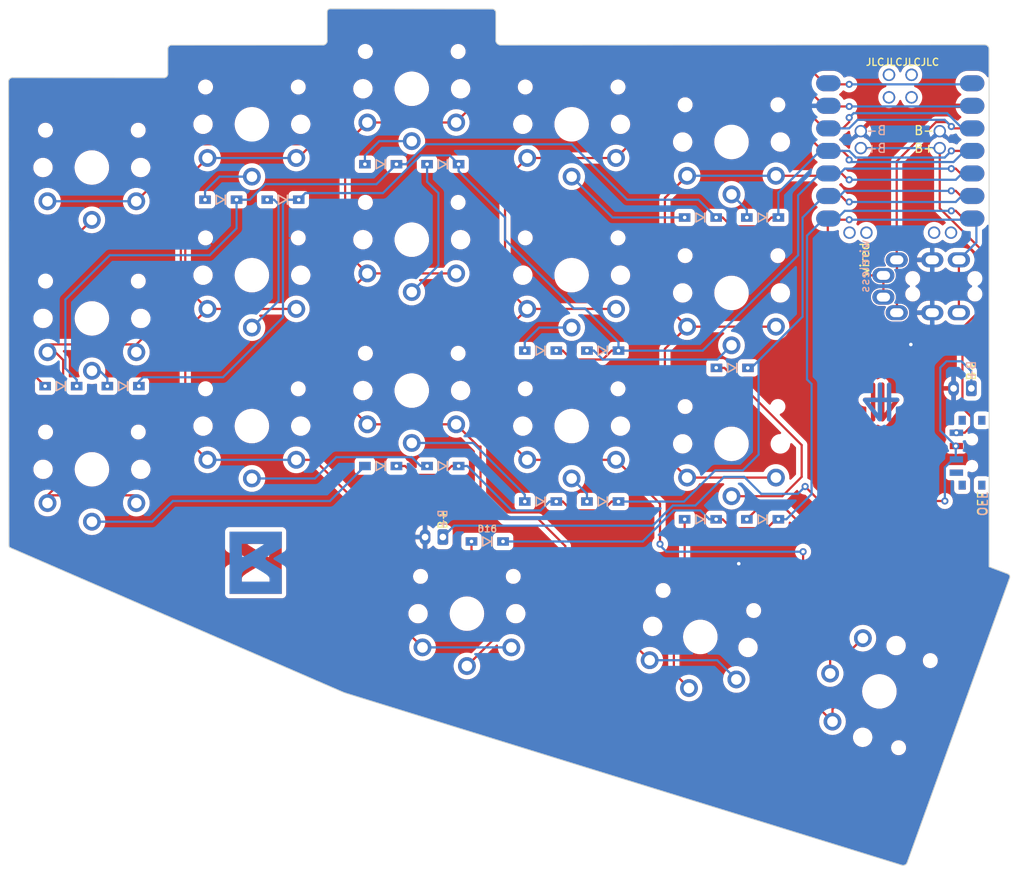
<source format=kicad_pcb>
(kicad_pcb (version 20221018) (generator pcbnew)
  (layers (0 "F.Cu" signal) (31 "B.Cu" signal) (34 "B.Paste" user) (35 "F.Paste" user) (36 "B.SilkS" user "B.Silkscreen") (37 "F.SilkS" user "F.Silkscreen") (38 "B.Mask" user) (39 "F.Mask" user) (44 "Edge.Cuts" user))
  (net 0 "")
  (net 1 "BATT")
  (net 2 "GND")
  (net 4 "RAW")
  (net 5 "row0")
  (net 7 "Net-(D1-A)")
  (net 8 "Net-(D2-A)")
  (net 9 "Net-(D3-A)")
  (net 10 "Net-(D4-A)")
  (net 11 "row1")
  (net 12 "Net-(D5-A)")
  (net 13 "Net-(D6-A)")
  (net 14 "Net-(D7-A)")
  (net 15 "Net-(D8-A)")
  (net 16 "Net-(D9-A)")
  (net 17 "row2")
  (net 18 "Net-(D10-A)")
  (net 19 "Net-(D11-A)")
  (net 20 "Net-(D12-A)")
  (net 21 "Net-(D13-A)")
  (net 22 "Net-(D14-A)")
  (net 23 "row3")
  (net 24 "Net-(D15-A)")
  (net 25 "Net-(D16-A)")
  (net 26 "Net-(D17-A)")
  (net 27 "VCC")
  (net 28 "DATA")
  (net 29 "ENCA")
  (net 30 "col0")
  (net 31 "col1")
  (net 32 "col2")
  (net 33 "col3")
  (net 34 "Net-(D18-A)")
  (net 49 "col4")
  (footprint "zzkeeb:Switch_ChocV1-reversible" (layer "F.Cu") (at 146.99 114.75 -12.5)
    (fp_text reference "SW17" hide)
    (fp_text value "SW_PUSH" hide)
  )
  (footprint "zzkeeb:Diode_1N4148-SOD123-reversible" (layer "F.Cu") (at 129 82.5 180)
    (fp_text reference "D9" hide)
    (fp_text value "D_Small" hide)
  )
  (footprint "zzkeeb:Switch_ChocV1-reversible" (layer "F.Cu") (at 150.5 93)
    (fp_text reference "SW15" hide)
    (fp_text value "SW_PUSH" hide)
  )
  (footprint "zzkeeb:Switch_ChocV1-reversible" (layer "F.Cu") (at 150.5 76)
    (fp_text reference "SW10" hide)
    (fp_text value "SW_PUSH" hide)
  )
  (footprint "zzkeeb:Connector_TRRS-reversible" (layer "F.Cu") (at 179.4 75.25 -90)
    (fp_text reference "J1" hide)
    (fp_text value "MJ-4PP-9" hide)
  )
  (footprint "zzkeeb:Connector_JST-1x02-2.00mm" (layer "F.Cu") (at 118 103.5 180)
    (fp_text reference "BATTCONN1" hide)
    (fp_text value "Conn_01x02_Female" hide)
  )
  (footprint "zzkeeb:Switch_ChocV1-reversible" (layer "F.Cu") (at 114.5 53)
    (fp_text reference "SW3" hide)
    (fp_text value "SW_PUSH" hide)
  )
  (footprint "zzkeeb:Diode_1N4148-SOD123-reversible" (layer "F.Cu") (at 154 67.5 180)
    (fp_text reference "D5" hide)
    (fp_text value "D_Small" hide)
  )
  (footprint "zzkeeb:Switch_ChocV1-reversible" (layer "F.Cu") (at 78.48 61.87)
    (fp_text reference "SW1" hide)
    (fp_text value "SW_PUSH" hide)
  )
  (footprint "zzkeeb:Switch_ChocV1-reversible" (layer "F.Cu") (at 96.5 91)
    (fp_text reference "SW12" hide)
    (fp_text value "SW_PUSH" hide)
  )
  (footprint "zzkeeb:Switch_ChocV1-reversible" (layer "F.Cu") (at 96.5 57)
    (fp_text reference "SW2" hide)
    (fp_text value "SW_PUSH" hide)
  )
  (footprint "zzkeeb:Diode_1N4148-SOD123-reversible" (layer "F.Cu") (at 147 67.5 180)
    (fp_text reference "D4" hide)
    (fp_text value "D_Small" hide)
  )
  (footprint "zzkeeb:Diode_1N4148-SOD123-reversible" (layer "F.Cu") (at 154 101.5 180)
    (fp_text reference "D18" hide)
    (fp_text value "D_Small" hide)
  )
  (footprint "zzkeeb:Diode_1N4148-SOD123-reversible" (layer "F.Cu") (at 136 99.5 180)
    (fp_text reference "D14" hide)
    (fp_text value "D_Small" hide)
  )
  (footprint "zzkeeb:Diode_1N4148-SOD123-reversible" (layer "F.Cu") (at 150.58 84.44 180)
    (fp_text reference "D15" hide)
    (fp_text value "D_Small" hide)
  )
  (footprint "zzkeeb:Diode_1N4148-SOD123-reversible" (layer "F.Cu") (at 147 101.5 180)
    (fp_text reference "D17" hide)
    (fp_text value "D_Small" hide)
  )
  (footprint "zzkeeb:Switch_ChocV1-reversible" (layer "F.Cu") (at 132.5 91)
    (fp_text reference "SW14" hide)
    (fp_text value "SW_PUSH" hide)
  )
  (footprint "zzkeeb:Switch_SPDT-PCM12" (layer "F.Cu") (at 177.25 94 90)
    (fp_text reference "BATTSW1" hide)
    (fp_text value "SW_SPDT" hide)
  )
  (footprint "zzkeeb:Switch_ChocV1-reversible" (layer "F.Cu") (at 150.5 59)
    (fp_text reference "SW5" hide)
    (fp_text value "SW_PUSH" hide)
  )
  (footprint "zzkeeb:Diode_1N4148-SOD123-reversible" (layer "F.Cu") (at 123 104 180)
    (fp_text reference "D16")
    (fp_text value "D_Small" hide)
  )
  (footprint "zzkeeb:Switch_ChocV1-reversible" (layer "F.Cu") (at 114.5 87)
    (fp_text reference "SW13" hide)
    (fp_text value "SW_PUSH" hide)
  )
  (footprint "zzkeeb:Diode_1N4148-SOD123-reversible" (layer "F.Cu") (at 111 95.5 180)
    (fp_text reference "D11" hide)
    (fp_text value "D_Small" hide)
  )
  (footprint "zzkeeb:MCU_xiao-ble-smd" (layer "F.Cu") (at 169.5 60)
    (fp_text reference "U2" hide)
    (fp_text value "xiao-ble" hide)
  )
  (footprint "zzkeeb:Diode_1N4148-SOD123-reversible" (layer "F.Cu") (at 111 61.5 180)
    (fp_text reference "D3" hide)
    (fp_text value "D_Small" hide)
  )
  (footprint "zzkeeb:Diode_1N4148-SOD123-reversible" (layer "F.Cu") (at 118 95.5 180)
    (fp_text reference "D12" hide)
    (fp_text value "D_Small" hide)
  )
  (footprint "zzkeeb:Diode_1N4148-SOD123-reversible" (layer "F.Cu") (at 118 61.5 180)
    (fp_text reference "D8" hide)
    (fp_text value "D_Small" hide)
  )
  (footprint "zzkeeb:Diode_1N4148-SOD123-reversible" (layer "F.Cu") (at 129 99.5 180)
    (fp_text reference "D13" hide)
    (fp_text value "D_Small" hide)
  )
  (footprint "zzkeeb:sho" (layer "F.Cu") (at 96.86 106.27)
    (fp_text reference "G***" hide)
    (fp_text value "LOGO" hide)
  )
  (footprint "zzkeeb:Switch_ChocV1-reversible" (layer "F.Cu") (at 114.5 70)
    (fp_text reference "SW8" hide)
    (fp_text value "SW_PUSH" hide)
  )
  (footprint "zzkeeb:Switch_ChocV1-reversible" (layer "F.Cu") (at 167.15 120.89 -110)
    (fp_text reference "SW18" hide)
    (fp_text value "SW_PUSH" hide)
  )
  (footprint "zzkeeb:Diode_1N4148-SOD123-reversible" (layer "F.Cu") (at 82 86.5 180)
    (fp_text reference "D6" hide)
    (fp_text value "D_Small" hide)
  )
  (footprint "zzkeeb:Switch_ChocV1-reversible" (layer "F.Cu") (at 132.5 57)
    (fp_text reference "SW4" hide)
    (fp_text value "SW_PUSH" hide)
  )
  (footprint "zzkeeb:Connector_JST-1x02-2.00mm" (layer "F.Cu") (at 177.5 86.75 180)
    (fp_text reference "BATTCONN3" hide)
    (fp_text value "Conn_01x02_Female" hide)
  )
  (footprint "zzkeeb:Switch_ChocV1-reversible" (layer "F.Cu") (at 120.71 112.13)
    (fp_text reference "SW16" hide)
    (fp_text value "SW_PUSH" hide)
  )
  (footprint "zzkeeb:Diode_1N4148-SOD123-reversible" (layer "F.Cu") (at 75 86.5 180)
    (fp_text reference "D1" hide)
    (fp_text value "D_Small" hide)
  )
  (footprint "zzkeeb:Switch_ChocV1-reversible" (layer "F.Cu") (at 132.5 74)
    (fp_text reference "SW9" hide)
    (fp_text value "SW_PUSH" hide)
  )
  (footprint "zzkeeb:Switch_ChocV1-reversible" (layer "F.Cu") (at 78.49 95.87)
    (fp_text reference "SW11" hide)
    (fp_text value "SW_PUSH" hide)
  )
  (footprint "zzkeeb:Switch_ChocV1-reversible" (layer "F.Cu") (at 78.49 78.87)
    (fp_text reference "SW6" hide)
    (fp_text value "SW_PUSH" hide)
  )
  (footprint "zzkeeb:Diode_1N4148-SOD123-reversible" (layer "F.Cu") (at 100 65.5 180)
    (fp_text reference "D7" hide)
    (fp_text value "D_Small" hide)
  )
  (footprint "zzkeeb:Diode_1N4148-SOD123-reversible" (layer "F.Cu") (at 93 65.5 180)
    (fp_text reference "D2" hide)
    (fp_text value "D_Small" hide)
  )
  (footprint "zzkeeb:Diode_1N4148-SOD123-reversible" (layer "F.Cu") (at 136 82.5 180)
    (fp_text reference "D10" hide)
    (fp_text value "D_Small" hide)
  )
  (footprint "zzkeeb:Switch_ChocV1-reversible" (layer "F.Cu") (at 96.5 74)
    (fp_text reference "SW7" hide)
    (fp_text value "SW_PUSH" hide)
  )
  (footprint "zzkeeb:Switch_SPDT-PCM12" (layer "B.Cu") (at 177.25 94 -90)
    (fp_text reference "BATTSW2" hide)
    (fp_text value "SW_SPDT" hide)
  )
  (footprint "zzkeeb:sho" (layer "B.Cu") (at 96.99 106.27 180)
    (fp_text reference "G***" hide)
    (fp_text value "LOGO" hide)
  )
  (footprint "zzkeeb:MCU_xiao-ble-smd" (layer "B.Cu") (at 169.5 60 180)
    (fp_text reference "U1" hide)
    (fp_text value "xiao-ble" hide)
  )
  (gr_line (start 169.14 88.06) (end 165.54 88.04) (stroke (width 0.5)) (layer "F.Cu"))
  (gr_line (start 167.47 86.3275) (end 167.47 90.2325) (stroke (width 0.5)) (layer "F.Cu"))
  (gr_line (start 169.14 88.06) (end 167.5 90.2225) (stroke (width 0.5)) (layer "F.Cu"))
  (gr_line (start 166.44 86.345) (end 166.44 90.25) (stroke (width 0.5)) (layer "F.Cu"))
  (gr_line (start 167.21 90.2275) (end 167.21 86.3225) (stroke (width 0.5)) (layer "B.Cu"))
  (gr_line (start 169.14 88.035) (end 165.54 88.055) (stroke (width 0.5)) (layer "B.Cu"))
  (gr_line (start 168.24 90.245) (end 168.24 86.34) (stroke (width 0.5)) (layer "B.Cu"))
  (gr_line (start 167.18 90.2175) (end 165.54 88.055) (stroke (width 0.5)) (layer "B.Cu"))
  (gr_line (start 104.977487 44.337487) (end 104.980589 47.590589) (stroke (width 0.1)) (layer "Edge.Cuts"))
  (gr_line (start 87.029633 51.311284) (end 87.029956 48.509956) (stroke (width 0.1)) (layer "Edge.Cuts"))
  (gr_line (start 104.500589 48.070589) (end 87.459956 48.079956) (stroke (width 0.1)) (layer "Edge.Cuts"))
  (gr_line (start 179.51 106.85) (end 181.6 107.64) (stroke (width 0.1)) (layer "Edge.Cuts"))
  (gr_line (start 169.672141 140.470201) (end 106.88 121.03) (stroke (width 0.1)) (layer "Edge.Cuts"))
  (gr_line (start 179.5 48.55) (end 179.51 106.85) (stroke (width 0.1)) (layer "Edge.Cuts"))
  (gr_line (start 105.327487 43.987487) (end 123.543015 44.006985) (stroke (width 0.1)) (layer "Edge.Cuts"))
  (gr_arc (start 124.501838 48.068162) (mid 124.12 47.91) (end 123.961838 47.528162) (stroke (width 0.1)) (layer "Edge.Cuts"))
  (gr_arc (start 170.290478 140.135782) (mid 170.05 140.43) (end 169.672141 140.470201) (stroke (width 0.1)) (layer "Edge.Cuts"))
  (gr_line (start 69.102028 52.174978) (end 69.14 104.435995) (stroke (width 0.1)) (layer "Edge.Cuts"))
  (gr_arc (start 87.029956 48.509956) (mid 87.155913 48.205913) (end 87.459956 48.079956) (stroke (width 0.1)) (layer "Edge.Cuts"))
  (gr_line (start 123.963015 44.426985) (end 123.961838 47.528162) (stroke (width 0.1)) (layer "Edge.Cuts"))
  (gr_arc (start 123.543015 44.006985) (mid 123.84 44.13) (end 123.963015 44.426985) (stroke (width 0.1)) (layer "Edge.Cuts"))
  (gr_arc (start 104.980589 47.590589) (mid 104.84 47.93) (end 104.500589 48.070589) (stroke (width 0.1)) (layer "Edge.Cuts"))
  (gr_line (start 124.501838 48.068162) (end 178.99 48.04) (stroke (width 0.1)) (layer "Edge.Cuts"))
  (gr_arc (start 178.99 48.04) (mid 179.350624 48.189376) (end 179.5 48.55) (stroke (width 0.1)) (layer "Edge.Cuts"))
  (gr_arc (start 87.029633 51.311284) (mid 86.917061 51.620529) (end 86.618806 51.759632) (stroke (width 0.1)) (layer "Edge.Cuts"))
  (gr_line (start 181.82 108.1) (end 170.290478 140.135782) (stroke (width 0.1)) (layer "Edge.Cuts"))
  (gr_arc (start 104.977487 44.337487) (mid 105.08 44.09) (end 105.327487 43.987487) (stroke (width 0.1)) (layer "Edge.Cuts"))
  (gr_line (start 86.618806 51.759632) (end 69.532028 51.744978) (stroke (width 0.1)) (layer "Edge.Cuts"))
  (gr_arc (start 181.6 107.64) (mid 181.805269 107.824437) (end 181.82 108.1) (stroke (width 0.1)) (layer "Edge.Cuts"))
  (gr_arc (start 69.284394 104.701781) (mid 69.173337 104.59) (end 69.14 104.435995) (stroke (width 0.1)) (layer "Edge.Cuts"))
  (gr_arc (start 69.102028 52.174978) (mid 69.227985 51.870935) (end 69.532028 51.744978) (stroke (width 0.1)) (layer "Edge.Cuts"))
  (gr_line (start 69.284394 104.701781) (end 106.88 121.03) (stroke (width 0.1)) (layer "Edge.Cuts"))
  (gr_text "OFF" (at 178.75 99.75 -90) (layer "B.SilkS") (effects (font (size 1 1)) (justify mirror)))
  (gr_text "wireless" (at 165.5 73 90) (layer "B.SilkS") (effects (font (size 1 1)) (justify mirror)))
  (gr_text "JLCJLCJLCJLC" (at 169.75 50) (layer "F.SilkS") (effects (font (size 0.8 0.8))))
  (gr_text "OFF" (at 178.75 99.75 90) (layer "F.SilkS") (effects (font (size 1 1))))
  (gr_text "wired" (at 165.5 72.25 90) (layer "F.SilkS") (effects (font (size 1 1))))
  (segment (start 158.79 97.81) (end 160.42 99.44) (width 0.25) (layer "F.Cu") (net 1))
  (segment (start 175.82 93.25) (end 175.75 93.25) (width 0.25) (layer "F.Cu") (net 1))
  (segment (start 160.42 99.44) (end 174.52 99.44) (width 0.25) (layer "F.Cu") (net 1))
  (via (at 158.79 97.81) (size 0.8) (drill 0.4) (layers "F.Cu" "B.Cu") (net 1))
  (via (at 174.52 99.44) (size 0.8) (drill 0.4) (layers "F.Cu" "B.Cu") (net 1))
  (via (at 175.75 93.25) (size 0.8) (drill 0.4) (layers "F.Cu" "B.Cu") (net 1))
  (segment (start 174.52 99.44) (end 174.52 95.65) (width 0.25) (layer "B.Cu") (net 1))
  (segment (start 174.71 83.7) (end 176.39 83.7) (width 0.25) (layer "B.Cu") (net 1))
  (segment (start 149.65 96.73) (end 151.85 96.73) (width 0.25) (layer "B.Cu") (net 1))
  (segment (start 174 84.41) (end 174.71 83.7) (width 0.25) (layer "B.Cu") (net 1))
  (segment (start 141.62 102.22) (end 143.89 99.95) (width 0.25) (layer "B.Cu") (net 1))
  (segment (start 151.94 96.73) (end 153.84 98.63) (width 0.25) (layer "B.Cu") (net 1))
  (segment (start 176.39 83.7) (end 177.5 84.81) (width 0.25) (layer "B.Cu") (net 1))
  (segment (start 153.84 98.63) (end 157.97 98.63) (width 0.25) (layer "B.Cu") (net 1))
  (segment (start 143.89 99.95) (end 146.43 99.95) (width 0.25) (layer "B.Cu") (net 1))
  (segment (start 177.5 84.81) (end 177.5 86.75) (width 0.25) (layer "B.Cu") (net 1))
  (segment (start 174 91.5) (end 174 84.41) (width 0.25) (layer "B.Cu") (net 1))
  (segment (start 175.75 93.25) (end 174 91.5) (width 0.25) (layer "B.Cu") (net 1))
  (segment (start 118 103.5) (end 119.28 102.22) (width 0.25) (layer "B.Cu") (net 1))
  (segment (start 119.28 102.22) (end 141.62 102.22) (width 0.25) (layer "B.Cu") (net 1))
  (segment (start 157.97 98.63) (end 158.79 97.81) (width 0.25) (layer "B.Cu") (net 1))
  (segment (start 175.75 94.68) (end 175.82 94.75) (width 0.25) (layer "B.Cu") (net 1))
  (segment (start 175.42 94.75) (end 175.82 94.75) (width 0.25) (layer "B.Cu") (net 1))
  (segment (start 175.75 93.25) (end 175.75 94.68) (width 0.25) (layer "B.Cu") (net 1))
  (segment (start 146.43 99.95) (end 149.65 96.73) (width 0.25) (layer "B.Cu") (net 1))
  (segment (start 151.85 96.73) (end 151.94 96.73) (width 0.25) (layer "B.Cu") (net 1))
  (segment (start 174.52 95.65) (end 175.42 94.75) (width 0.25) (layer "B.Cu") (net 1))
  (via (at 151.316157 106.5) (size 0.8) (drill 0.4) (layers "F.Cu" "B.Cu") (net 2))
  (via (at 170.69 81.81) (size 0.8) (drill 0.4) (layers "F.Cu" "B.Cu") (net 2))
  (segment (start 178.875001 77.56378) (end 176.5 79.938781) (width 0.25) (layer "F.Cu") (net 4))
  (segment (start 174.949695 67.475) (end 174.975 67.475) (width 0.25) (layer "F.Cu") (net 4))
  (segment (start 176.5 88.97125) (end 177.5 89.97125) (width 0.25) (layer "F.Cu") (net 4))
  (segment (start 177.5 91) (end 176.75 91.75) (width 0.25) (layer "F.Cu") (net 4))
  (segment (start 173.945 59.683) (end 173.945 66.470305) (width 0.25) (layer "F.Cu") (net 4))
  (segment (start 178.875001 71.375001) (end 178.875001 77.56378) (width 0.25) (layer "F.Cu") (net 4))
  (segment (start 174.975 67.475) (end 178.875001 71.375001) (width 0.25) (layer "F.Cu") (net 4))
  (segment (start 173.945 66.470305) (end 174.949695 67.475) (width 0.25) (layer "F.Cu") (net 4))
  (segment (start 176.5 79.938781) (end 176.5 88.97125) (width 0.25) (layer "F.Cu") (net 4))
  (segment (start 176.75 91.75) (end 175.82 91.75) (width 0.25) (layer "F.Cu") (net 4))
  (segment (start 177.5 89.97125) (end 177.5 91) (width 0.25) (layer "F.Cu") (net 4))
  (via (at 175.82 91.75) (size 0.8) (drill 0.4) (layers "F.Cu" "B.Cu") (net 4))
  (segment (start 165.055 59.683) (end 173.945 59.683) (width 0.25) (layer "B.Cu") (net 4))
  (segment (start 175.25 60) (end 178.06996 60) (width 0.25) (layer "F.Cu") (net 5))
  (segment (start 155 67.5) (end 155.775 67.5) (width 0.25) (layer "F.Cu") (net 5))
  (segment (start 154 68.5) (end 155 67.5) (width 0.25) (layer "F.Cu") (net 5))
  (segment (start 148.775 67.5) (end 149.5 67.5) (width 0.25) (layer "F.Cu") (net 5))
  (segment (start 150.5 68.5) (end 154 68.5) (width 0.25) (layer "F.Cu") (net 5))
  (segment (start 149.5 67.5) (end 150.5 68.5) (width 0.25) (layer "F.Cu") (net 5))
  (via (at 94.775 65.5) (size 0.8) (drill 0.4) (layers "F.Cu" "B.Cu") (net 5))
  (via (at 155.775 67.5) (size 0.8) (drill 0.4) (layers "F.Cu" "B.Cu") (net 5))
  (via (at 148.775 67.5) (size 0.8) (drill 0.4) (layers "F.Cu" "B.Cu") (net 5))
  (via (at 76.775 86.5) (size 0.8) (drill 0.4) (layers "F.Cu" "B.Cu") (net 5))
  (via (at 175.25 60) (size 0.8) (drill 0.4) (layers "F.Cu" "B.Cu") (net 5))
  (via (at 112.775 61.5) (size 0.8) (drill 0.4) (layers "F.Cu" "B.Cu") (net 5))
  (segment (start 146.775 65.5) (end 148.775 67.5) (width 0.25) (layer "B.Cu") (net 5))
  (segment (start 94.775 65.5) (end 96.25 65.5) (width 0.25) (layer "B.Cu") (net 5))
  (segment (start 132.5 59.25) (end 138.75 65.5) (width 0.25) (layer "B.Cu") (net 5))
  (segment (start 98 63.75) (end 110.525 63.75) (width 0.25) (layer "B.Cu") (net 5))
  (segment (start 75.5 76.75) (end 75.5 84.5) (width 0.25) (layer "B.Cu") (net 5))
  (segment (start 112.775 61.5) (end 113.863604 61.5) (width 0.25) (layer "B.Cu") (net 5))
  (segment (start 110.525 63.75) (end 112.775 61.5) (width 0.25) (layer "B.Cu") (net 5))
  (segment (start 155.775 64.69002) (end 160.46502 60) (width 0.25) (layer "B.Cu") (net 5))
  (segment (start 138.75 65.5) (end 146.775 65.5) (width 0.25) (layer "B.Cu") (net 5))
  (segment (start 96.25 65.5) (end 98 63.75) (width 0.25) (layer "B.Cu") (net 5))
  (segment (start 155.775 67.5) (end 155.775 64.69002) (width 0.25) (layer "B.Cu") (net 5))
  (segment (start 174.5 60.75) (end 164.5 60.75) (width 0.25) (layer "B.Cu") (net 5))
  (segment (start 76.775 85.775) (end 76.775 86.5) (width 0.25) (layer "B.Cu") (net 5))
  (segment (start 113.863604 61.5) (end 116.113604 59.25) (width 0.25) (layer "B.Cu") (net 5))
  (segment (start 116.113604 59.25) (end 132.5 59.25) (width 0.25) (layer "B.Cu") (net 5))
  (segment (start 175.25 60) (end 174.5 60.75) (width 0.25) (layer "B.Cu") (net 5))
  (segment (start 160.46502 60) (end 160.93004 60) (width 0.25) (layer "B.Cu") (net 5))
  (segment (start 94.775 65.5) (end 94.775 68.725) (width 0.25) (layer "B.Cu") (net 5))
  (segment (start 80.5 71.75) (end 75.5 76.75) (width 0.25) (layer "B.Cu") (net 5))
  (segment (start 164.5 60.75) (end 163.75 60) (width 0.25) (layer "B.Cu") (net 5))
  (segment (start 91.75 71.75) (end 80.5 71.75) (width 0.25) (layer "B.Cu") (net 5))
  (segment (start 163.75 60) (end 160.93004 60) (width 0.25) (layer "B.Cu") (net 5))
  (segment (start 75.5 84.5) (end 76.775 85.775) (width 0.25) (layer "B.Cu") (net 5))
  (segment (start 94.775 68.725) (end 91.75 71.75) (width 0.25) (layer "B.Cu") (net 5))
  (segment (start 73.225 86.5) (end 71.765 85.04) (width 0.25) (layer "F.Cu") (net 7))
  (segment (start 71.765 74.485) (end 78.48 67.77) (width 0.25) (layer "F.Cu") (net 7))
  (segment (start 71.765 85.04) (end 71.765 74.485) (width 0.25) (layer "F.Cu") (net 7))
  (via (at 73.225 86.5) (size 0.8) (drill 0.4) (layers "F.Cu" "B.Cu") (net 7))
  (via (at 91.225 65.5) (size 0.8) (drill 0.4) (layers "F.Cu" "B.Cu") (net 8))
  (segment (start 91.225 65.5) (end 91.225 64.525) (width 0.25) (layer "B.Cu") (net 8))
  (segment (start 91.225 64.525) (end 92.85 62.9) (width 0.25) (layer "B.Cu") (net 8))
  (segment (start 92.85 62.9) (end 96.5 62.9) (width 0.25) (layer "B.Cu") (net 8))
  (via (at 109.225 61.5) (size 0.8) (drill 0.4) (layers "F.Cu" "B.Cu") (net 9))
  (segment (start 109.225 61.5) (end 109.225 60.5125) (width 0.25) (layer "B.Cu") (net 9))
  (segment (start 110.8375 58.9) (end 114.5 58.9) (width 0.25) (layer "B.Cu") (net 9))
  (segment (start 109.225 60.5125) (end 110.8375 58.9) (width 0.25) (layer "B.Cu") (net 9))
  (via (at 145.225 67.5) (size 0.8) (drill 0.4) (layers "F.Cu" "B.Cu") (net 10))
  (segment (start 137.1 67.5) (end 145.225 67.5) (width 0.25) (layer "B.Cu") (net 10))
  (segment (start 132.5 62.9) (end 137.1 67.5) (width 0.25) (layer "B.Cu") (net 10))
  (segment (start 175.25 62) (end 175.75 62) (width 0.25) (layer "F.Cu") (net 11))
  (segment (start 137 82.5) (end 137.775 82.5) (width 0.25) (layer "F.Cu") (net 11))
  (segment (start 176.29 62.54) (end 178.06996 62.54) (width 0.25) (layer "F.Cu") (net 11))
  (segment (start 132.5 83.5) (end 136 83.5) (width 0.25) (layer "F.Cu") (net 11))
  (segment (start 175.75 62) (end 176.29 62.54) (width 0.25) (layer "F.Cu") (net 11))
  (segment (start 130.775 82.5) (end 131.5 82.5) (width 0.25) (layer "F.Cu") (net 11))
  (segment (start 131.5 82.5) (end 132.5 83.5) (width 0.25) (layer "F.Cu") (net 11))
  (segment (start 136 83.5) (end 137 82.5) (width 0.25) (layer "F.Cu") (net 11))
  (via (at 101.775 65.5) (size 0.8) (drill 0.4) (layers "F.Cu" "B.Cu") (net 11))
  (via (at 137.775 82.5) (size 0.8) (drill 0.4) (layers "F.Cu" "B.Cu") (net 11))
  (via (at 175.25 62) (size 0.8) (drill 0.4) (layers "F.Cu" "B.Cu") (net 11))
  (via (at 130.775 82.5) (size 0.8) (drill 0.4) (layers "F.Cu" "B.Cu") (net 11))
  (via (at 83.775 86.5) (size 0.8) (drill 0.4) (layers "F.Cu" "B.Cu") (net 11))
  (via (at 119.775 61.5) (size 0.8) (drill 0.4) (layers "F.Cu" "B.Cu") (net 11))
  (segment (start 84.25 85.5) (end 83.775 85.975) (width 0.25) (layer "B.Cu") (net 11))
  (segment (start 160.46 62.54) (end 160.93004 62.54) (width 0.25) (layer "B.Cu") (net 11))
  (segment (start 101.775 65.5) (end 102.525 64.75) (width 0.25) (layer "B.Cu") (net 11))
  (segment (start 100.5 65.5) (end 100 66) (width 0.25) (layer "B.Cu") (net 11))
  (segment (start 100 78.75) (end 93.25 85.5) (width 0.25) (layer "B.Cu") (net 11))
  (segment (start 137.775 81.525) (end 134 77.75) (width 0.25) (layer "B.Cu") (net 11))
  (segment (start 118.775 60.5) (end 119.775 61.5) (width 0.25) (layer "B.Cu") (net 11))
  (segment (start 102.525 64.75) (end 111.25 64.75) (width 0.25) (layer "B.Cu") (net 11))
  (segment (start 132.75 77.75) (end 125 70) (width 0.25) (layer "B.Cu") (net 11))
  (segment (start 125 67.5) (end 119.775 62.275) (width 0.25) (layer "B.Cu") (net 11))
  (segment (start 93.25 85.5) (end 84.25 85.5) (width 0.25) (layer "B.Cu") (net 11))
  (segment (start 100 66) (end 100 78.75) (width 0.25) (layer "B.Cu") (net 11))
  (segment (start 158 71.75) (end 158 65) (width 0.25) (layer "B.Cu") (net 11))
  (segment (start 125 70) (end 125 67.5) (width 0.25) (layer "B.Cu") (net 11))
  (segment (start 115.5 60.5) (end 118.775 60.5) (width 0.25) (layer "B.Cu") (net 11))
  (segment (start 158 65) (end 160.46 62.54) (width 0.25) (layer "B.Cu") (net 11))
  (segment (start 137.775 82.5) (end 147.25 82.5) (width 0.25) (layer "B.Cu") (net 11))
  (segment (start 162.71 62.54) (end 160.93004 62.54) (width 0.25) (layer "B.Cu") (net 11))
  (segment (start 101.775 65.5) (end 100.5 65.5) (width 0.25) (layer "B.Cu") (net 11))
  (segment (start 175.25 62) (end 163.25 62) (width 0.25) (layer "B.Cu") (net 11))
  (segment (start 147.25 82.5) (end 158 71.75) (width 0.25) (layer "B.Cu") (net 11))
  (segment (start 163.25 62) (end 162.71 62.54) (width 0.25) (layer "B.Cu") (net 11))
  (segment (start 111.25 64.75) (end 115.5 60.5) (width 0.25) (layer "B.Cu") (net 11))
  (segment (start 137.775 82.5) (end 137.775 81.525) (width 0.25) (layer "B.Cu") (net 11))
  (segment (start 119.775 62.275) (end 119.775 61.5) (width 0.25) (layer "B.Cu") (net 11))
  (segment (start 83.775 85.975) (end 83.775 86.5) (width 0.25) (layer "B.Cu") (net 11))
  (segment (start 134 77.75) (end 132.75 77.75) (width 0.25) (layer "B.Cu") (net 11))
  (via (at 152.225 67.5) (size 0.8) (drill 0.4) (layers "F.Cu" "B.Cu") (net 12))
  (segment (start 150.5 64.9) (end 152.225 66.625) (width 0.25) (layer "B.Cu") (net 12))
  (segment (start 152.225 66.625) (end 152.225 67.5) (width 0.25) (layer "B.Cu") (net 12))
  (via (at 80.225 86.5) (size 0.8) (drill 0.4) (layers "F.Cu" "B.Cu") (net 13))
  (segment (start 78.5 83.9) (end 80.225 85.625) (width 0.25) (layer "B.Cu") (net 13))
  (segment (start 80.225 85.625) (end 80.225 86.5) (width 0.25) (layer "B.Cu") (net 13))
  (via (at 98.225 65.5) (size 0.8) (drill 0.4) (layers "F.Cu" "B.Cu") (net 14))
  (segment (start 99.5 66) (end 99.5 76.9) (width 0.25) (layer "B.Cu") (net 14))
  (segment (start 99 65.5) (end 99.5 66) (width 0.25) (layer "B.Cu") (net 14))
  (segment (start 98.225 65.5) (end 99 65.5) (width 0.25) (layer "B.Cu") (net 14))
  (segment (start 99.5 76.9) (end 96.5 79.9) (width 0.25) (layer "B.Cu") (net 14))
  (via (at 116.225 61.5) (size 0.8) (drill 0.4) (layers "F.Cu" "B.Cu") (net 15))
  (segment (start 116.225 61.5) (end 116.225 63.475) (width 0.25) (layer "B.Cu") (net 15))
  (segment (start 117.5 72.9) (end 114.5 75.9) (width 0.25) (layer "B.Cu") (net 15))
  (segment (start 116.225 63.475) (end 117.5 64.75) (width 0.25) (layer "B.Cu") (net 15))
  (segment (start 117.5 64.75) (end 117.5 72.9) (width 0.25) (layer "B.Cu") (net 15))
  (via (at 127.225 82.5) (size 0.8) (drill 0.4) (layers "F.Cu" "B.Cu") (net 16))
  (segment (start 127.225 82.5) (end 127.225 81.525) (width 0.25) (layer "B.Cu") (net 16))
  (segment (start 127.225 81.525) (end 128.85 79.9) (width 0.25) (layer "B.Cu") (net 16))
  (segment (start 128.85 79.9) (end 132.5 79.9) (width 0.25) (layer "B.Cu") (net 16))
  (segment (start 130.775 99.5) (end 131.5 99.5) (width 0.25) (layer "F.Cu") (net 17))
  (segment (start 131.5 99.5) (end 132.5 100.5) (width 0.25) (layer "F.Cu") (net 17))
  (segment (start 175.75 64.5) (end 176.33 65.08) (width 0.25) (layer "F.Cu") (net 17))
  (segment (start 114.75 96.5) (end 113.75 95.5) (width 0.25) (layer "F.Cu") (net 17))
  (segment (start 118 96.5) (end 114.75 96.5) (width 0.25) (layer "F.Cu") (net 17))
  (segment (start 176.33 65.08) (end 178.06996 65.08) (width 0.25) (layer "F.Cu") (net 17))
  (segment (start 137 99.5) (end 137.775 99.5) (width 0.25) (layer "F.Cu") (net 17))
  (segment (start 175.25 64.5) (end 175.75 64.5) (width 0.25) (layer "F.Cu") (net 17))
  (segment (start 113.75 95.5) (end 112.775 95.5) (width 0.25) (layer "F.Cu") (net 17))
  (segment (start 119.775 95.5) (end 119 95.5) (width 0.25) (layer "F.Cu") (net 17))
  (segment (start 119 95.5) (end 118 96.5) (width 0.25) (layer "F.Cu") (net 17))
  (segment (start 132.5 100.5) (end 136 100.5) (width 0.25) (layer "F.Cu") (net 17))
  (segment (start 136 100.5) (end 137 99.5) (width 0.25) (layer "F.Cu") (net 17))
  (via (at 112.775 95.5) (size 0.8) (drill 0.4) (layers "F.Cu" "B.Cu") (net 17))
  (via (at 152.33 84.45) (size 0.8) (drill 0.4) (layers "F.Cu" "B.Cu") (net 17))
  (via (at 137.775 99.5) (size 0.8) (drill 0.4) (layers "F.Cu" "B.Cu") (net 17))
  (via (at 175.25 64.5) (size 0.8) (drill 0.4) (layers "F.Cu" "B.Cu") (net 17))
  (via (at 119.775 95.5) (size 0.8) (drill 0.4) (layers "F.Cu" "B.Cu") (net 17))
  (via (at 130.775 99.5) (size 0.8) (drill 0.4) (layers "F.Cu" "B.Cu") (net 17))
  (segment (start 153.55 83.623834) (end 153.881917 83.291917) (width 0.25) (layer "B.Cu") (net 17))
  (segment (start 152.33 84.45) (end 152.34 84.44) (width 0.25) (layer "B.Cu") (net 17))
  (segment (start 129 100.5) (end 130 99.5) (width 0.25) (layer "B.Cu") (net 17))
  (segment (start 163.25 64.5) (end 162.67 65.08) (width 0.25) (layer "B.Cu") (net 17))
  (segment (start 153.55 94.21) (end 153.55 83.623834) (width 0.25) (layer "B.Cu") (net 17))
  (segment (start 145.16 99.5) (end 148.67 95.99) (width 0.25) (layer "B.Cu") (net 17))
  (segment (start 125.75 100.5) (end 129 100.5) (width 0.25) (layer "B.Cu") (net 17))
  (segment (start 162.67 65.08) (end 160.93004 65.08) (width 0.25) (layer "B.Cu") (net 17))
  (segment (start 120.75 95.5) (end 125.75 100.5) (width 0.25) (layer "B.Cu") (net 17))
  (segment (start 152.34 84.44) (end 152.733834 84.44) (width 0.25) (layer "B.Cu") (net 17))
  (segment (start 151.77 95.99) (end 153.55 94.21) (width 0.25) (layer "B.Cu") (net 17))
  (segment (start 137.775 99.5) (end 145.16 99.5) (width 0.25) (layer "B.Cu") (net 17))
  (segment (start 152.733834 84.44) (end 153.881917 83.291917) (width 0.25) (layer "B.Cu") (net 17))
  (segment (start 158.5 78.673833) (end 158.5 67.51004) (width 0.25) (layer "B.Cu") (net 17))
  (segment (start 153.881917 83.291917) (end 158.5 78.673833) (width 0.25) (layer "B.Cu") (net 17))
  (segment (start 148.67 95.99) (end 151.77 95.99) (width 0.25) (layer "B.Cu") (net 17))
  (segment (start 119.775 95.5) (end 120.75 95.5) (width 0.25) (layer "B.Cu") (net 17))
  (segment (start 158.5 67.51004) (end 160.93004 65.08) (width 0.25) (layer "B.Cu") (net 17))
  (segment (start 130 99.5) (end 130.775 99.5) (width 0.25) (layer "B.Cu") (net 17))
  (segment (start 152.355 84.44) (end 152.345 84.44) (width 0.25) (layer "B.Cu") (net 17))
  (segment (start 175.25 64.5) (end 163.25 64.5) (width 0.25) (layer "B.Cu") (net 17))
  (segment (start 152.345 84.44) (end 152.33 84.45) (width 0.25) (layer "B.Cu") (net 17))
  (via (at 134.225 82.5) (size 0.8) (drill 0.4) (layers "F.Cu" "B.Cu") (net 18))
  (segment (start 134.225 82.5) (end 135 82.5) (width 0.25) (layer "B.Cu") (net 18))
  (segment (start 136 83.5) (end 148.9 83.5) (width 0.25) (layer "B.Cu") (net 18))
  (segment (start 135 82.5) (end 136 83.5) (width 0.25) (layer "B.Cu") (net 18))
  (segment (start 148.9 83.5) (end 150.5 81.9) (width 0.25) (layer "B.Cu") (net 18))
  (segment (start 78.49 101.77) (end 85.27 101.77) (width 0.25) (layer "B.Cu") (net 19))
  (segment (start 87.6 99.44) (end 105.285 99.44) (width 0.25) (layer "B.Cu") (net 19))
  (segment (start 85.27 101.77) (end 87.6 99.44) (width 0.25) (layer "B.Cu") (net 19))
  (segment (start 105.285 99.44) (end 109.225 95.5) (width 0.25) (layer "B.Cu") (net 19))
  (segment (start 78.49 101.77) (end 79.07 101.19) (width 0.25) (layer "B.Cu") (net 19))
  (via (at 116.225 95.5) (size 0.8) (drill 0.4) (layers "F.Cu" "B.Cu") (net 20))
  (segment (start 106 94.5) (end 103.6 96.9) (width 0.25) (layer "B.Cu") (net 20))
  (segment (start 116.225 95.5) (end 115.5 95.5) (width 0.25) (layer "B.Cu") (net 20))
  (segment (start 103.6 96.9) (end 96.5 96.9) (width 0.25) (layer "B.Cu") (net 20))
  (segment (start 115.5 95.5) (end 114.5 94.5) (width 0.25) (layer "B.Cu") (net 20))
  (segment (start 114.5 94.5) (end 106 94.5) (width 0.25) (layer "B.Cu") (net 20))
  (via (at 127.225 99.5) (size 0.8) (drill 0.4) (layers "F.Cu" "B.Cu") (net 21))
  (segment (start 121.4 92.9) (end 127.225 98.725) (width 0.25) (layer "B.Cu") (net 21))
  (segment (start 127.225 98.725) (end 127.225 99.5) (width 0.25) (layer "B.Cu") (net 21))
  (segment (start 114.5 92.9) (end 121.4 92.9) (width 0.25) (layer "B.Cu") (net 21))
  (via (at 134.225 99.5) (size 0.8) (drill 0.4) (layers "F.Cu" "B.Cu") (net 22))
  (segment (start 134.225 99.5) (end 134.225 98.625) (width 0.25) (layer "B.Cu") (net 22))
  (segment (start 134.225 98.625) (end 132.5 96.9) (width 0.25) (layer "B.Cu") (net 22))
  (segment (start 176.62 67.62) (end 178.06996 67.62) (width 0.25) (layer "F.Cu") (net 23))
  (segment (start 155.5 101.5) (end 154.5 102.5) (width 0.25) (layer "F.Cu") (net 23))
  (segment (start 175.75 66.75) (end 176.62 67.62) (width 0.25) (layer "F.Cu") (net 23))
  (segment (start 150.5 102.5) (end 149.5 101.5) (width 0.25) (layer "F.Cu") (net 23))
  (segment (start 155.775 101.5) (end 155.5 101.5) (width 0.25) (layer "F.Cu") (net 23))
  (segment (start 154.5 102.5) (end 150.5 102.5) (width 0.25) (layer "F.Cu") (net 23))
  (segment (start 175.25 66.75) (end 175.75 66.75) (width 0.25) (layer "F.Cu") (net 23))
  (segment (start 149.5 101.5) (end 148.775 101.5) (width 0.25) (layer "F.Cu") (net 23))
  (via (at 148.775 101.5) (size 0.8) (drill 0.4) (layers "F.Cu" "B.Cu") (net 23))
  (via (at 175.25 66.75) (size 0.8) (drill 0.4) (layers "F.Cu" "B.Cu") (net 23))
  (via (at 155.775 101.5) (size 0.8) (drill 0.4) (layers "F.Cu" "B.Cu") (net 23))
  (via (at 124.775 104) (size 0.8) (drill 0.4) (layers "F.Cu" "B.Cu") (net 23))
  (segment (start 162.38 67.62) (end 160.93004 67.62) (width 0.25) (layer "B.Cu") (net 23))
  (segment (start 160.93004 67.62) (end 159 69.55004) (width 0.25) (layer "B.Cu") (net 23))
  (segment (start 159 69.55004) (end 159 85.74) (width 0.25) (layer "B.Cu") (net 23))
  (segment (start 124.775 104) (end 140.5 104) (width 0.25) (layer "B.Cu") (net 23))
  (segment (start 156.675 101.5) (end 159.515 98.66) (width 0.25) (layer "B.Cu") (net 23))
  (segment (start 159.515 98.66) (end 159.515 86.255) (width 0.25) (layer "B.Cu") (net 23))
  (segment (start 147 100.5) (end 148 101.5) (width 0.25) (layer "B.Cu") (net 23))
  (segment (start 148 101.5) (end 148.775 101.5) (width 0.25) (layer "B.Cu") (net 23))
  (segment (start 159.515 86.255) (end 159 85.74) (width 0.25) (layer "B.Cu") (net 23))
  (segment (start 155.775 101.5) (end 156.675 101.5) (width 0.25) (layer "B.Cu") (net 23))
  (segment (start 140.5 104) (end 144 100.5) (width 0.25) (layer "B.Cu") (net 23))
  (segment (start 144 100.5) (end 147 100.5) (width 0.25) (layer "B.Cu") (net 23))
  (segment (start 163.25 66.75) (end 162.38 67.62) (width 0.25) (layer "B.Cu") (net 23))
  (segment (start 175.25 66.75) (end 163.25 66.75) (width 0.25) (layer "B.Cu") (net 23))
  (segment (start 148.805 84.44) (end 148.795 84.44) (width 0.25) (layer "F.Cu") (net 24))
  (segment (start 149.705 84.44) (end 158.4 93.135) (width 0.25) (layer "F.Cu") (net 24))
  (segment (start 158.4 96.72) (end 156.22 98.9) (width 0.25) (layer "F.Cu") (net 24))
  (segment (start 158.4 93.135) (end 158.4 96.72) (width 0.25) (layer "F.Cu") (net 24))
  (segment (start 148.795 84.44) (end 148.78 84.43) (width 0.25) (layer "F.Cu") (net 24))
  (segment (start 148.815 84.44) (end 149.705 84.44) (width 0.25) (layer "F.Cu") (net 24))
  (segment (start 148.78 84.43) (end 148.815 84.44) (width 0.25) (layer "F.Cu") (net 24))
  (segment (start 156.22 98.9) (end 150.5 98.9) (width 0.25) (layer "F.Cu") (net 24))
  (via (at 148.78 84.43) (size 0.8) (drill 0.4) (layers "F.Cu" "B.Cu") (net 24))
  (segment (start 120.71 118.03) (end 123.72 115.02) (width 0.25) (layer "F.Cu") (net 25))
  (segment (start 123.72 115.02) (end 123.72 107.46) (width 0.25) (layer "F.Cu") (net 25))
  (segment (start 123.72 107.46) (end 121.225 104.965) (width 0.25) (layer "F.Cu") (net 25))
  (segment (start 121.225 104.965) (end 121.225 104) (width 0.25) (layer "F.Cu") (net 25))
  (via (at 121.225 104) (size 0.8) (drill 0.4) (layers "F.Cu" "B.Cu") (net 25))
  (segment (start 144.01 118.80714) (end 144.01 112.15) (width 0.25) (layer "F.Cu") (net 26))
  (segment (start 144.01 112.15) (end 145.24 110.92) (width 0.25) (layer "F.Cu") (net 26))
  (segment (start 145.225 110.905) (end 145.225 101.5) (width 0.25) (layer "F.Cu") (net 26))
  (segment (start 145.24 110.92) (end 145.225 110.905) (width 0.25) (layer "F.Cu") (net 26))
  (segment (start 145.713006 120.510146) (end 144.01 118.80714) (width 0.25) (layer "F.Cu") (net 26))
  (via (at 145.225 101.5) (size 0.8) (drill 0.4) (layers "F.Cu" "B.Cu") (net 26))
  (segment (start 169.25 72.175) (end 169.1 72.025) (width 0.25) (layer "F.Cu") (net 27))
  (segment (start 169.125 72.3) (end 169.1 72.275) (width 0.25) (layer "F.Cu") (net 27))
  (segment (start 175.46 57.46) (end 178.06996 57.46) (width 0.25) (layer "F.Cu") (net 27))
  (segment (start 169.1 78.225) (end 169.125 78.2) (width 0.25) (layer "F.Cu") (net 27))
  (segment (start 174.7545 56.7545) (end 175.25 57.25) (width 0.25) (layer "F.Cu") (net 27))
  (segment (start 169.125 78.2) (end 169.125 72.3) (width 0.25) (layer "F.Cu") (net 27))
  (segment (start 175.25 57.25) (end 175.46 57.46) (width 0.25) (layer "F.Cu") (net 27))
  (segment (start 173.521052 56.7545) (end 174.7545 56.7545) (width 0.25) (layer "F.Cu") (net 27))
  (segment (start 169.1 61.175552) (end 173.521052 56.7545) (width 0.25) (layer "F.Cu") (net 27))
  (segment (start 169.1 72.025) (end 169.1 61.175552) (width 0.25) (layer "F.Cu") (net 27))
  (via (at 175.25 57.25) (size 0.8) (drill 0.4) (layers "F.Cu" "B.Cu") (net 27))
  (segment (start 164.692776 56.5) (end 163.732776 57.46) (width 0.25) (layer "B.Cu") (net 27))
  (segment (start 174.5 56.5) (end 164.692776 56.5) (width 0.25) (layer "B.Cu") (net 27))
  (segment (start 163.732776 57.46) (end 160.93004 57.46) (width 0.25) (layer "B.Cu") (net 27))
  (segment (start 175.25 57.25) (end 174.5 56.5) (width 0.25) (layer "B.Cu") (net 27))
  (segment (start 163.75 67.75) (end 161.06004 67.75) (width 0.25) (layer "F.Cu") (net 28))
  (segment (start 161.06004 67.75) (end 160.93004 67.62) (width 0.25) (layer "F.Cu") (net 28))
  (segment (start 165.395 74.025) (end 161.34 69.97) (width 0.25) (layer "F.Cu") (net 28))
  (segment (start 161.34 68.02996) (end 160.93004 67.62) (width 0.25) (layer "F.Cu") (net 28))
  (segment (start 176.1 78.225) (end 176.1 72.275) (width 0.25) (layer "F.Cu") (net 28))
  (segment (start 161.12 67.62) (end 160.93004 67.62) (width 0.25) (layer "F.Cu") (net 28))
  (segment (start 167.6 74.025) (end 165.395 74.025) (width 0.25) (layer "F.Cu") (net 28))
  (segment (start 161.34 69.97) (end 161.34 68.02996) (width 0.25) (layer "F.Cu") (net 28))
  (segment (start 167.6 76.475) (end 167.6 74.025) (width 0.25) (layer "F.Cu") (net 28))
  (via (at 163.75 67.75) (size 0.8) (drill 0.4) (layers "F.Cu" "B.Cu") (net 28))
  (segment (start 163.75 67.75) (end 177.93996 67.75) (width 0.25) (layer "B.Cu") (net 28))
  (segment (start 176.1 72.275) (end 178.06996 70.30504) (width 0.25) (layer "B.Cu") (net 28))
  (segment (start 177.93996 67.75) (end 178.06996 67.62) (width 0.25) (layer "B.Cu") (net 28))
  (segment (start 178.06996 70.30504) (end 178.06996 67.62) (width 0.25) (layer "B.Cu") (net 28))
  (segment (start 162.83 65.08) (end 160.93004 65.08) (width 0.25) (layer "F.Cu") (net 29))
  (segment (start 163.5 65.75) (end 162.83 65.08) (width 0.25) (layer "F.Cu") (net 29))
  (segment (start 163.75 65.75) (end 163.5 65.75) (width 0.25) (layer "F.Cu") (net 29))
  (via (at 163.75 65.75) (size 0.8) (drill 0.4) (layers "F.Cu" "B.Cu") (net 29))
  (segment (start 176.42 65.08) (end 178.06996 65.08) (width 0.25) (layer "B.Cu") (net 29))
  (segment (start 163.75 65.75) (end 175.75 65.75) (width 0.25) (layer "B.Cu") (net 29))
  (segment (start 175.75 65.75) (end 176.42 65.08) (width 0.25) (layer "B.Cu") (net 29))
  (segment (start 75.25 83.55) (end 75.25 97.05) (width 0.25) (layer "F.Cu") (net 30))
  (segment (start 159.55004 51) (end 160.93004 52.38) (width 0.25) (layer "F.Cu") (net 30))
  (segment (start 161.05004 52.5) (end 160.93004 52.38) (width 0.25) (layer "F.Cu") (net 30))
  (segment (start 83.5 81.8) (end 88.5 76.8) (width 0.25) (layer "F.Cu") (net 30))
  (segment (start 88.5 61.5) (end 90.75 59.25) (width 0.25) (layer "F.Cu") (net 30))
  (segment (start 106.5 49) (end 110.5 45) (width 0.25) (layer "F.Cu") (net 30))
  (segment (start 124 49) (end 138.25 49) (width 0.25) (layer "F.Cu") (net 30))
  (segment (start 138.25 49) (end 140.25 51) (width 0.25) (layer "F.Cu") (net 30))
  (segment (start 102.5 59.25) (end 106.5 55.25) (width 0.25) (layer "F.Cu") (net 30))
  (segment (start 83.48 65.67) (end 89.9 59.25) (width 0.25) (layer "F.Cu") (net 30))
  (segment (start 73.5 81.8) (end 75.25 83.55) (width 0.25) (layer "F.Cu") (net 30))
  (segment (start 90.75 59.25) (end 91.3 59.25) (width 0.25) (layer "F.Cu") (net 30))
  (segment (start 140.25 51) (end 159.55004 51) (width 0.25) (layer "F.Cu") (net 30))
  (segment (start 88.5 76.8) (end 88.5 61.5) (width 0.25) (layer "F.Cu") (net 30))
  (segment (start 163.75 52.5) (end 161.05004 52.5) (width 0.25) (layer "F.Cu") (net 30))
  (segment (start 110.5 45) (end 120 45) (width 0.25) (layer "F.Cu") (net 30))
  (segment (start 106.5 55.25) (end 106.5 49) (width 0.25) (layer "F.Cu") (net 30))
  (segment (start 75.25 97.05) (end 73.5 98.8) (width 0.25) (layer "F.Cu") (net 30))
  (segment (start 91.3 59.25) (end 102.5 59.25) (width 0.25) (layer "F.Cu") (net 30))
  (segment (start 89.9 59.25) (end 91.3 59.25) (width 0.25) (layer "F.Cu") (net 30))
  (segment (start 120 45) (end 124 49) (width 0.25) (layer "F.Cu") (net 30))
  (segment (start 73.5 98.8) (end 83.5 98.8) (width 0.25) (layer "F.Cu") (net 30))
  (segment (start 73.5 81.8) (end 83.5 81.8) (width 0.25) (layer "F.Cu") (net 30))
  (via (at 163.75 52.5) (size 0.8) (drill 0.4) (layers "F.Cu" "B.Cu") (net 30))
  (segment (start 177.94996 52.5) (end 178.06996 52.38) (width 0.25) (layer "B.Cu") (net 30))
  (segment (start 163.75 52.5) (end 177.94996 52.5) (width 0.25) (layer "B.Cu") (net 30))
  (segment (start 73.48 65.67) (end 83.48 65.67) (width 0.25) (layer "B.Cu") (net 30))
  (segment (start 119.75 45.5) (end 123.75 49.5) (width 0.25) (layer "F.Cu") (net 31))
  (segment (start 91.5 60.8) (end 89 63.3) (width 0.25) (layer "F.Cu") (net 31))
  (segment (start 140 51.5) (end 157.51004 51.5) (width 0.25) (layer "F.Cu") (net 31))
  (segment (start 110.75 45.5) (end 119.75 45.5) (width 0.25) (layer "F.Cu") (net 31))
  (segment (start 101.5 60.8) (end 101.7 60.8) (width 0.25) (layer "F.Cu") (net 31))
  (segment (start 103.53 94.8) (end 113.17 104.44) (width 0.25) (layer "F.Cu") (net 31))
  (segment (start 138 49.5) (end 140 51.5) (width 0.25) (layer "F.Cu") (net 31))
  (segment (start 123.75 49.5) (end 138 49.5) (width 0.25) (layer "F.Cu") (net 31))
  (segment (start 107 55.5) (end 107 49.25) (width 0.25) (layer "F.Cu") (net 31))
  (segment (start 89 75.3) (end 91.5 77.8) (width 0.25) (layer "F.Cu") (net 31))
  (segment (start 157.51004 51.5) (end 160.93004 54.92) (width 0.25) (layer "F.Cu") (net 31))
  (segment (start 89 63.3) (end 89 75.3) (width 0.25) (layer "F.Cu") (net 31))
  (segment (start 101.7 60.8) (end 107 55.5) (width 0.25) (layer "F.Cu") (net 31))
  (segment (start 89 92.3) (end 91.5 94.8) (width 0.25) (layer "F.Cu") (net 31))
  (segment (start 107 49.25) (end 110.75 45.5) (width 0.25) (layer "F.Cu") (net 31))
  (segment (start 163.75 54.9915) (end 161.00154 54.9915) (width 0.25) (layer "F.Cu") (net 31))
  (segment (start 91.5 77.8) (end 89 80.3) (width 0.25) (layer "F.Cu") (net 31))
  (segment (start 91.5 77.8) (end 101.5 77.8) (width 0.25) (layer "F.Cu") (net 31))
  (segment (start 161.00154 54.9915) (end 160.93004 54.92) (width 0.25) (layer "F.Cu") (net 31))
  (segment (start 89 80.3) (end 89 92.3) (width 0.25) (layer "F.Cu") (net 31))
  (segment (start 113.17 104.44) (end 113.17 113.39) (width 0.25) (layer "F.Cu") (net 31))
  (segment (start 101.5 94.8) (end 103.53 94.8) (width 0.25) (layer "F.Cu") (net 31))
  (segment (start 113.17 113.39) (end 115.71 115.93) (width 0.25) (layer "F.Cu") (net 31))
  (via (at 163.75 54.9915) (size 0.8) (drill 0.4) (layers "F.Cu" "B.Cu") (net 31))
  (segment (start 163.75 54.9915) (end 177.99846 54.9915) (width 0.25) (layer "B.Cu") (net 31))
  (segment (start 115.71 115.93) (end 125.71 115.93) (width 0.25) (layer "B.Cu") (net 31))
  (segment (start 91.5 60.8) (end 101.5 60.8) (width 0.25) (layer "B.Cu") (net 31))
  (segment (start 177.99846 54.9915) (end 178.06996 54.92) (width 0.25) (layer "B.Cu") (net 31))
  (segment (start 91.5 94.8) (end 101.5 94.8) (width 0.25) (layer "B.Cu") (net 31))
  (segment (start 139.75 52) (end 155.47004 52) (width 0.25) (layer "F.Cu") (net 32))
  (segment (start 163.04 57.46) (end 160.93004 57.46) (width 0.25) (layer "F.Cu") (net 32))
  (segment (start 122.24 93.31) (end 122.01 93.31) (width 0.25) (layer "F.Cu") (net 32))
  (segment (start 155.47004 52) (end 160.93004 57.46) (width 0.25) (layer "F.Cu") (net 32))
  (segment (start 119.5 56.8) (end 119.5 56.75) (width 0.25) (layer "F.Cu") (net 32))
  (segment (start 107 88.3) (end 109.5 90.8) (width 0.25) (layer "F.Cu") (net 32))
  (segment (start 107 59.3) (end 107 71.3) (width 0.25) (layer "F.Cu") (net 32))
  (segment (start 124.96 101.48) (end 122.24 98.76) (width 0.25) (layer "F.Cu") (net 32))
  (segment (start 107 76.3) (end 107 88.3) (width 0.25) (layer "F.Cu") (net 32))
  (segment (start 119.5 56.75) (end 126.25 50) (width 0.25) (layer "F.Cu") (net 32))
  (segment (start 107 71.3) (end 109.5 73.8) (width 0.25) (layer "F.Cu") (net 32))
  (segment (start 131.79 104.52) (end 128.75 101.48) (width 0.25) (layer "F.Cu") (net 32))
  (segment (start 109.5 56.8) (end 107 59.3) (width 0.25) (layer "F.Cu") (net 32))
  (segment (start 163.75 56.25) (end 163.75 56.75) (width 0.25) (layer "F.Cu") (net 32))
  (segment (start 122.01 93.31) (end 119.5 90.8) (width 0.25) (layer "F.Cu") (net 32))
  (segment (start 109.5 73.8) (end 119.5 73.8) (width 0.25) (layer "F.Cu") (net 32))
  (segment (start 128.75 101.48) (end 124.96 101.48) (width 0.25) (layer "F.Cu") (net 32))
  (segment (start 137.75 50) (end 139.75 52) (width 0.25) (layer "F.Cu") (net 32))
  (segment (start 122.24 98.76) (end 122.24 93.31) (width 0.25) (layer "F.Cu") (net 32))
  (segment (start 109.5 90.8) (end 119.5 90.8) (width 0.25) (layer "F.Cu") (net 32))
  (segment (start 126.25 50) (end 137.75 50) (width 0.25) (layer "F.Cu") (net 32))
  (segment (start 109.5 56.8) (end 119.5 56.8) (width 0.25) (layer "F.Cu") (net 32))
  (segment (start 141.286049 117.377727) (end 131.79 107.881678) (width 0.25) (layer "F.Cu") (net 32))
  (segment (start 163.75 56.75) (end 163.04 57.46) (width 0.25) (layer "F.Cu") (net 32))
  (segment (start 131.79 107.881678) (end 131.79 104.52) (width 0.25) (layer "F.Cu") (net 32))
  (segment (start 109.5 73.8) (end 107 76.3) (width 0.25) (layer "F.Cu") (net 32))
  (via (at 163.75 56.25) (size 0.8) (drill 0.4) (layers "F.Cu" "B.Cu") (net 32))
  (segment (start 176.485305 57.46) (end 178.06996 57.46) (width 0.25) (layer "B.Cu") (net 32))
  (segment (start 141.286049 117.377727) (end 148.884614 117.377727) (width 0.25) (layer "B.Cu") (net 32))
  (segment (start 148.884614 117.377727) (end 151.04901 119.542123) (width 0.25) (layer "B.Cu") (net 32))
  (segment (start 174.775305 55.75) (end 176.485305 57.46) (width 0.25) (layer "B.Cu") (net 32))
  (segment (start 164.25 55.75) (end 163.75 56.25) (width 0.25) (layer "B.Cu") (net 32))
  (segment (start 174.775305 55.75) (end 164.25 55.75) (width 0.25) (layer "B.Cu") (net 32))
  (segment (start 158.56 120.97972) (end 158.56 105.15) (width 0.25) (layer "F.Cu") (net 33))
  (segment (start 161.869067 122.874574) (end 164.11 120.633641) (width 0.25) (layer "F.Cu") (net 33))
  (segment (start 142.45 99.75) (end 137.5 94.8) (width 0.25) (layer "F.Cu") (net 33))
  (segment (start 161.869067 124.288787) (end 158.56 120.97972) (width 0.25) (layer "F.Cu") (net 33))
  (segment (start 125 92.3) (end 127.5 94.8) (width 0.25) (layer "F.Cu") (net 33))
  (segment (start 161.869067 124.288787) (end 161.869067 122.874574) (width 0.25) (layer "F.Cu") (net 33))
  (segment (start 142.05 56.25) (end 157 56.25) (width 0.25) (layer "F.Cu") (net 33))
  (segment (start 142.45 104.29) (end 142.45 99.75) (width 0.25) (layer "F.Cu") (net 33))
  (segment (start 163 60) (end 160.93004 60) (width 0.25) (layer "F.Cu") (net 33))
  (segment (start 125 63.3) (end 125 75.3) (width 0.25) (layer "F.Cu") (net 33))
  (segment (start 127.5 60.8) (end 137.5 60.8) (width 0.25) (layer "F.Cu") (net 33))
  (segment (start 137.5 60.8) (end 142.05 56.25) (width 0.25) (layer "F.Cu") (net 33))
  (segment (start 157 56.25) (end 160.75 60) (width 0.25) (layer "F.Cu") (net 33))
  (segment (start 127.5 77.8) (end 125 80.3) (width 0.25) (layer "F.Cu") (net 33))
  (segment (start 127.5 94.8) (end 137.5 94.8) (width 0.25) (layer "F.Cu") (net 33))
  (segment (start 127.5 77.8) (end 137.5 77.8) (width 0.25) (layer "F.Cu") (net 33))
  (segment (start 160.75 60) (end 160.93004 60) (width 0.25) (layer "F.Cu") (net 33))
  (segment (start 125 80.3) (end 125 92.3) (width 0.25) (layer "F.Cu") (net 33))
  (segment (start 125 75.3) (end 127.5 77.8) (width 0.25) (layer "F.Cu") (net 33))
  (segment (start 163.737701 61.012299) (end 163.737701 60.737701) (width 0.25) (layer "F.Cu") (net 33))
  (segment (start 164.11 120.633641) (end 164.11 116.071129) (width 0.25) (layer "F.Cu") (net 33))
  (segment (start 163.737701 60.737701) (end 163 60) (width 0.25) (layer "F.Cu") (net 33))
  (segment (start 164.11 116.071129) (end 165.289269 114.89186) (width 0.25) (layer "F.Cu") (net 33))
  (segment (start 127.5 60.8) (end 125 63.3) (width 0.25) (layer "F.Cu") (net 33))
  (via (at 158.56 105.15) (size 0.8) (drill 0.4) (layers "F.Cu" "B.Cu") (net 33))
  (via (at 163.737701 61.012299) (size 0.8) (drill 0.4) (layers "F.Cu" "B.Cu") (net 33))
  (via (at 142.45 104.29) (size 0.8) (drill 0.4) (layers "F.Cu" "B.Cu") (net 33))
  (segment (start 143.16 105.15) (end 142.45 104.44) (width 0.25) (layer "B.Cu") (net 33))
  (segment (start 163.737701 61.012299) (end 163.975402 61.25) (width 0.25) (layer "B.Cu") (net 33))
  (segment (start 175.5 61.25) (end 176.75 60) (width 0.25) (layer "B.Cu") (net 33))
  (segment (start 158.56 105.15) (end 143.16 105.15) (width 0.25) (layer "B.Cu") (net 33))
  (segment (start 142.45 104.44) (end 142.45 104.29) (width 0.25) (layer "B.Cu") (net 33))
  (segment (start 176.75 60) (end 178.06996 60) (width 0.25) (layer "B.Cu") (net 33))
  (segment (start 163.975402 61.25) (end 175.5 61.25) (width 0.25) (layer "B.Cu") (net 33))
  (segment (start 161.605814 118.872081) (end 161.605814 105.345814) (width 0.25) (layer "F.Cu") (net 34))
  (segment (start 156.27 100.01) (end 153.715 100.01) (width 0.25) (layer "F.Cu") (net 34))
  (segment (start 161.605814 105.345814) (end 156.27 100.01) (width 0.25) (layer "F.Cu") (net 34))
  (segment (start 153.715 100.01) (end 152.225 101.5) (width 0.25) (layer "F.Cu") (net 34))
  (via (at 152.225 101.5) (size 0.8) (drill 0.4) (layers "F.Cu" "B.Cu") (net 34))
  (segment (start 143 77.3) (end 145.5 79.8) (width 0.25) (layer "F.Cu") (net 49))
  (segment (start 143 82.3) (end 145.5 79.8) (width 0.25) (layer "F.Cu") (net 49))
  (segment (start 155.5 62.8) (end 160.67004 62.8) (width 0.25) (layer "F.Cu") (net 49))
  (segment (start 163.75 63.25) (end 163.59751 63.25) (width 0.25) (layer "F.Cu") (net 49))
  (segment (start 162.88751 62.54) (end 160.93004 62.54) (width 0.25) (layer "F.Cu") (net 49))
  (segment (start 143 65.3) (end 143 77.3) (width 0.25) (layer "F.Cu") (net 49))
  (segment (start 160.67004 62.8) (end 160.93004 62.54) (width 0.25) (layer "F.Cu") (net 49))
  (segment (start 145.5 96.8) (end 155.5 96.8) (width 0.25) (layer "F.Cu") (net 49))
  (segment (start 145.5 62.8) (end 143 65.3) (width 0.25) (layer "F.Cu") (net 49))
  (segment (start 163.59751 63.25) (end 162.88751 62.54) (width 0.25) (layer "F.Cu") (net 49))
  (segment (start 145.5 79.8) (end 155.5 79.8) (width 0.25) (layer "F.Cu") (net 49))
  (segment (start 143 94.3) (end 143 82.3) (width 0.25) (layer "F.Cu") (net 49))
  (segment (start 145.5 96.8) (end 143 94.3) (width 0.25) (layer "F.Cu") (net 49))
  (via (at 163.75 63.25) (size 0.8) (drill 0.4) (layers "F.Cu" "B.Cu") (net 49))
  (segment (start 145.5 62.8) (end 155.5 62.8) (width 0.25) (layer "B.Cu") (net 49))
  (segment (start 175.75 63.25) (end 176.46 62.54) (width 0.25) (layer "B.Cu") (net 49))
  (segment (start 176.46 62.54) (end 178.06996 62.54) (width 0.25) (layer "B.Cu") (net 49))
  (segment (start 163.75 63.25) (end 175.75 63.25) (width 0.25) (layer "B.Cu") (net 49))
  (zone (net 2) (net_name "GND") (layers "F&B.Cu") (connect_pads (clearance 0.508)) (min_thickness 0.254) (fill yes (thermal_gap 0.508) (thermal_bridge_width 0.508))
    (polygon (pts (xy 183.45 108.26) (xy 171.39 142.35) (xy 111.5 123) (xy 87.28 114.72) (xy 68.52 107.75) (xy 68.4 90.5) (xy 68.2 84.16) (xy 68.14 71.73) (xy 68.8 43.69) (xy 81.64 43) (xy 182.88 43.09)))
  )
)
</source>
